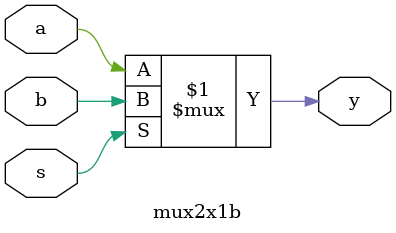
<source format=v>
module mux2x1b (
    input a, 
    input b, 
    input s, 
    output y
);
    assign y = s?b:a;
endmodule
</source>
